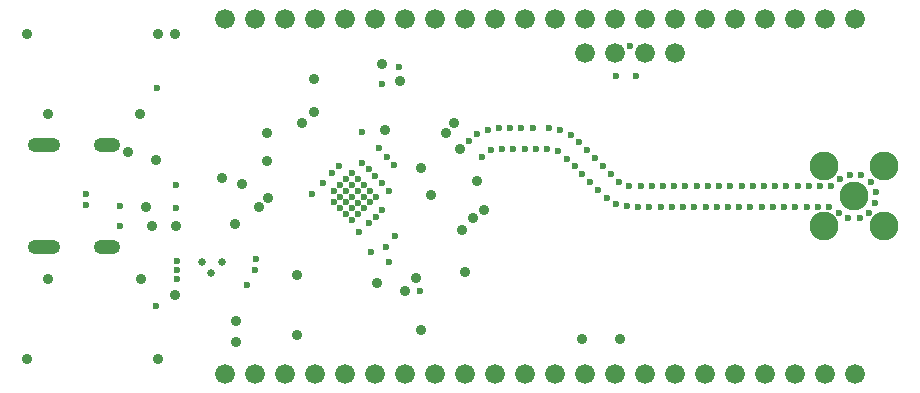
<source format=gbs>
G04*
G04 #@! TF.GenerationSoftware,Altium Limited,Altium Designer,24.9.1 (31)*
G04*
G04 Layer_Color=16711935*
%FSLAX44Y44*%
%MOMM*%
G71*
G04*
G04 #@! TF.SameCoordinates,B1ED59CC-DCBE-467E-9C95-538D5020BE91*
G04*
G04*
G04 #@! TF.FilePolarity,Negative*
G04*
G01*
G75*
%ADD61C,2.4540*%
%ADD62C,2.4520*%
%ADD63C,1.6740*%
%ADD64O,2.7500X1.2500*%
%ADD65O,2.2500X1.2500*%
%ADD66C,0.9000*%
%ADD67C,0.6000*%
%ADD68C,0.6500*%
D61*
X684600Y190500D02*
D03*
X735400D02*
D03*
X710000Y165100D02*
D03*
D62*
X684600Y139700D02*
D03*
X735400D02*
D03*
D63*
X685100Y15000D02*
D03*
X659700D02*
D03*
X634300D02*
D03*
X608900D02*
D03*
X583500D02*
D03*
X558100D02*
D03*
X532700D02*
D03*
X507300D02*
D03*
X481900D02*
D03*
X456500D02*
D03*
X431100D02*
D03*
X405700D02*
D03*
X380300D02*
D03*
X354900D02*
D03*
X329500D02*
D03*
X710500D02*
D03*
X685100Y315200D02*
D03*
X659700D02*
D03*
X634300D02*
D03*
X608900D02*
D03*
X583500D02*
D03*
X558100D02*
D03*
X532700D02*
D03*
X507300D02*
D03*
X481900D02*
D03*
X456500D02*
D03*
X431100D02*
D03*
X405700D02*
D03*
X380300D02*
D03*
X354900D02*
D03*
X329500D02*
D03*
X710500D02*
D03*
X304100Y15000D02*
D03*
X278700D02*
D03*
X253300D02*
D03*
X227900D02*
D03*
X202500D02*
D03*
X177100D02*
D03*
X304100Y315200D02*
D03*
X278700D02*
D03*
X253300D02*
D03*
X227900D02*
D03*
X202500D02*
D03*
X177100D02*
D03*
X481900Y286975D02*
D03*
X558100D02*
D03*
X532700D02*
D03*
X507300D02*
D03*
D64*
X23950Y208500D02*
D03*
Y122100D02*
D03*
D65*
X77450Y208300D02*
D03*
Y121900D02*
D03*
D66*
X479500Y44250D02*
D03*
X512000Y44750D02*
D03*
X110250Y156500D02*
D03*
X119098Y195918D02*
D03*
X339000Y95750D02*
D03*
X380250Y101500D02*
D03*
X343250Y52250D02*
D03*
X330250Y84750D02*
D03*
X351750Y166750D02*
D03*
X364250Y219000D02*
D03*
X371500Y227230D02*
D03*
X312500Y221500D02*
D03*
X376000Y205000D02*
D03*
X378000Y137000D02*
D03*
X387000Y147000D02*
D03*
X397000Y154000D02*
D03*
X343000Y189000D02*
D03*
X243000Y227000D02*
D03*
X206000Y156000D02*
D03*
X214000Y164000D02*
D03*
X213000Y219100D02*
D03*
Y195500D02*
D03*
X175000Y180418D02*
D03*
X95000Y203000D02*
D03*
X116000Y140000D02*
D03*
X136000D02*
D03*
X135000Y82000D02*
D03*
X186500Y42000D02*
D03*
X28000Y95200D02*
D03*
X121000Y27700D02*
D03*
X10000D02*
D03*
X28000Y235000D02*
D03*
X10000Y302500D02*
D03*
X135250D02*
D03*
X121000D02*
D03*
X238750Y47750D02*
D03*
Y98750D02*
D03*
X185875Y141625D02*
D03*
X106000Y95500D02*
D03*
X105750Y234750D02*
D03*
X310250Y277000D02*
D03*
X325231Y263019D02*
D03*
X253000Y264250D02*
D03*
Y236250D02*
D03*
X186500Y59750D02*
D03*
X390500Y178000D02*
D03*
X305750Y92000D02*
D03*
X191500Y175750D02*
D03*
D67*
X437802Y222738D02*
D03*
X428302D02*
D03*
X418802D02*
D03*
X409302D02*
D03*
X399885Y221483D02*
D03*
X391137Y217780D02*
D03*
X383658Y211922D02*
D03*
X394989Y198537D02*
D03*
X402646Y204161D02*
D03*
X412082Y205262D02*
D03*
X421582D02*
D03*
X431082D02*
D03*
X440582D02*
D03*
X450081D02*
D03*
X459388Y203356D02*
D03*
X466656Y197237D02*
D03*
X473373Y190519D02*
D03*
X480090Y183802D02*
D03*
X486808Y177084D02*
D03*
X493526Y170367D02*
D03*
X500460Y163874D02*
D03*
X508661Y159078D02*
D03*
X517851Y156673D02*
D03*
X527346Y156362D02*
D03*
X536846D02*
D03*
X546346D02*
D03*
X555846D02*
D03*
X565346D02*
D03*
X574846D02*
D03*
X584346D02*
D03*
X593846D02*
D03*
X603346D02*
D03*
X612846D02*
D03*
X622346D02*
D03*
X631846D02*
D03*
X641346D02*
D03*
X650846D02*
D03*
X660346D02*
D03*
X669846D02*
D03*
X679346D02*
D03*
X688846D02*
D03*
X696973Y151442D02*
D03*
X705278Y146830D02*
D03*
X714778Y146845D02*
D03*
X723069Y151483D02*
D03*
X728054Y159571D02*
D03*
X728474Y169062D02*
D03*
X724191Y177542D02*
D03*
X716323Y182865D02*
D03*
X706858Y183681D02*
D03*
X698196Y179780D02*
D03*
X690784Y173838D02*
D03*
X681284D02*
D03*
X671784D02*
D03*
X662284D02*
D03*
X652784D02*
D03*
X643284D02*
D03*
X633784D02*
D03*
X624284D02*
D03*
X614784D02*
D03*
X605284D02*
D03*
X595784D02*
D03*
X586284D02*
D03*
X576784D02*
D03*
X567284D02*
D03*
X557784D02*
D03*
X548284D02*
D03*
X538784D02*
D03*
X529284D02*
D03*
X519785Y173971D02*
D03*
X511048Y177700D02*
D03*
X504261Y184347D02*
D03*
X497543Y191064D02*
D03*
X490826Y197782D02*
D03*
X484108Y204499D02*
D03*
X477391Y211217D02*
D03*
X470059Y217258D02*
D03*
X461437Y221248D02*
D03*
X452046Y222682D02*
D03*
X88488Y157357D02*
D03*
X88750Y140000D02*
D03*
X270000Y160000D02*
D03*
X275000Y155000D02*
D03*
X280000Y150000D02*
D03*
X285000Y145000D02*
D03*
X290000Y150000D02*
D03*
X285000Y155000D02*
D03*
X280000Y160000D02*
D03*
X275000Y165000D02*
D03*
X280000Y170000D02*
D03*
X285000Y165000D02*
D03*
X289693Y159828D02*
D03*
X295000Y155000D02*
D03*
X300000Y160000D02*
D03*
X295000Y165000D02*
D03*
X290000Y170000D02*
D03*
X285000Y175000D02*
D03*
X305000Y165000D02*
D03*
X300000Y170000D02*
D03*
X295000Y175000D02*
D03*
X290000Y180000D02*
D03*
X285000Y185000D02*
D03*
X280000Y180000D02*
D03*
X275000Y175000D02*
D03*
X270000Y170000D02*
D03*
X342750Y85000D02*
D03*
X316249Y109374D02*
D03*
X321178Y131750D02*
D03*
X267928Y185000D02*
D03*
X273750Y190750D02*
D03*
X316000Y169500D02*
D03*
X310500Y154000D02*
D03*
X290500Y134750D02*
D03*
X305000Y148000D02*
D03*
X299000Y142500D02*
D03*
X300750Y118000D02*
D03*
X293500Y220000D02*
D03*
X60000Y157600D02*
D03*
Y167600D02*
D03*
X520000Y292250D02*
D03*
X324750Y274500D02*
D03*
X310750Y260000D02*
D03*
X195750Y90230D02*
D03*
X320915Y192023D02*
D03*
X119750Y257250D02*
D03*
X310292Y176250D02*
D03*
X119250Y72750D02*
D03*
X525500Y267500D02*
D03*
X508250D02*
D03*
X307500Y206000D02*
D03*
X314898Y198790D02*
D03*
X202459Y103041D02*
D03*
X203750Y112500D02*
D03*
X260000Y176500D02*
D03*
X136750Y110500D02*
D03*
Y95000D02*
D03*
X251500Y167250D02*
D03*
X135750Y155600D02*
D03*
Y174600D02*
D03*
X136750Y103000D02*
D03*
X293250Y193750D02*
D03*
X299188Y188250D02*
D03*
X304750Y182250D02*
D03*
X313958Y122000D02*
D03*
D68*
X166000Y100000D02*
D03*
X175000Y110000D02*
D03*
X158000D02*
D03*
M02*

</source>
